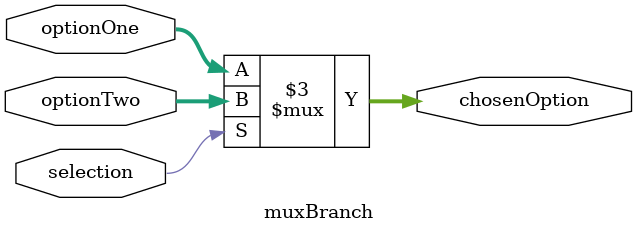
<source format=v>
`timescale 1ns / 1ps

module muxBranch
    (
    input [31:0] optionOne,
    input [31:0] optionTwo,
    input selection,
    
    output reg [31:0] chosenOption
    );
    
    always@(*)
        begin
        if(selection)
            begin
            chosenOption <= optionTwo;
            end
        else
            begin
            chosenOption <= optionOne;
            end
        end
endmodule


</source>
